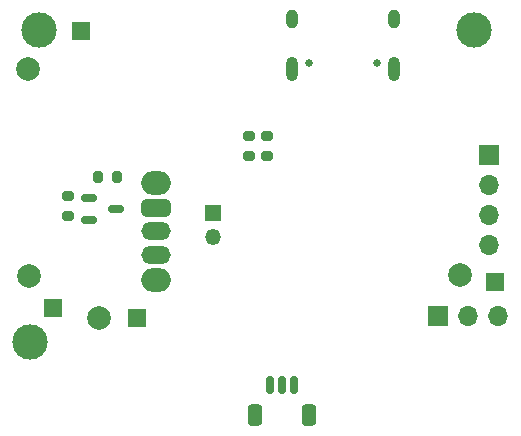
<source format=gbr>
%TF.GenerationSoftware,KiCad,Pcbnew,7.0.8-7.0.8~ubuntu22.04.1*%
%TF.CreationDate,2023-12-12T19:51:11+11:00*%
%TF.ProjectId,Boost-Converter,426f6f73-742d-4436-9f6e-766572746572,rev?*%
%TF.SameCoordinates,Original*%
%TF.FileFunction,Soldermask,Bot*%
%TF.FilePolarity,Negative*%
%FSLAX46Y46*%
G04 Gerber Fmt 4.6, Leading zero omitted, Abs format (unit mm)*
G04 Created by KiCad (PCBNEW 7.0.8-7.0.8~ubuntu22.04.1) date 2023-12-12 19:51:11*
%MOMM*%
%LPD*%
G01*
G04 APERTURE LIST*
G04 Aperture macros list*
%AMRoundRect*
0 Rectangle with rounded corners*
0 $1 Rounding radius*
0 $2 $3 $4 $5 $6 $7 $8 $9 X,Y pos of 4 corners*
0 Add a 4 corners polygon primitive as box body*
4,1,4,$2,$3,$4,$5,$6,$7,$8,$9,$2,$3,0*
0 Add four circle primitives for the rounded corners*
1,1,$1+$1,$2,$3*
1,1,$1+$1,$4,$5*
1,1,$1+$1,$6,$7*
1,1,$1+$1,$8,$9*
0 Add four rect primitives between the rounded corners*
20,1,$1+$1,$2,$3,$4,$5,0*
20,1,$1+$1,$4,$5,$6,$7,0*
20,1,$1+$1,$6,$7,$8,$9,0*
20,1,$1+$1,$8,$9,$2,$3,0*%
G04 Aperture macros list end*
%ADD10C,2.000000*%
%ADD11R,1.500000X1.500000*%
%ADD12C,3.000000*%
%ADD13R,1.700000X1.700000*%
%ADD14O,1.700000X1.700000*%
%ADD15O,2.500000X2.000000*%
%ADD16RoundRect,0.375000X-0.875000X0.375000X-0.875000X-0.375000X0.875000X-0.375000X0.875000X0.375000X0*%
%ADD17O,2.500000X1.500000*%
%ADD18C,0.650000*%
%ADD19O,1.000000X2.100000*%
%ADD20O,1.000000X1.600000*%
%ADD21R,1.350000X1.350000*%
%ADD22O,1.350000X1.350000*%
%ADD23RoundRect,0.200000X0.200000X0.275000X-0.200000X0.275000X-0.200000X-0.275000X0.200000X-0.275000X0*%
%ADD24RoundRect,0.200000X-0.275000X0.200000X-0.275000X-0.200000X0.275000X-0.200000X0.275000X0.200000X0*%
%ADD25RoundRect,0.200000X0.275000X-0.200000X0.275000X0.200000X-0.275000X0.200000X-0.275000X-0.200000X0*%
%ADD26RoundRect,0.150000X-0.150000X-0.625000X0.150000X-0.625000X0.150000X0.625000X-0.150000X0.625000X0*%
%ADD27RoundRect,0.250000X-0.350000X-0.650000X0.350000X-0.650000X0.350000X0.650000X-0.350000X0.650000X0*%
%ADD28RoundRect,0.150000X-0.512500X-0.150000X0.512500X-0.150000X0.512500X0.150000X-0.512500X0.150000X0*%
G04 APERTURE END LIST*
D10*
%TO.C,TP4*%
X165049200Y-88290400D03*
%TD*%
D11*
%TO.C,TP8*%
X132918200Y-67614800D03*
%TD*%
D10*
%TO.C,TP6*%
X128508800Y-70866000D03*
%TD*%
D12*
%TO.C,H1*%
X129413000Y-67564000D03*
%TD*%
D13*
%TO.C,Brd1*%
X167513000Y-78105000D03*
D14*
X167513000Y-80645000D03*
X167513000Y-83185000D03*
X167513000Y-85725000D03*
%TD*%
D15*
%TO.C,SW1*%
X139319000Y-80482000D03*
X139319000Y-88682000D03*
D16*
X139319000Y-82582000D03*
D17*
X139319000Y-84582000D03*
X139319000Y-86582000D03*
%TD*%
D12*
%TO.C,H3*%
X128651000Y-93980000D03*
%TD*%
D18*
%TO.C,J6*%
X158050000Y-70297000D03*
X152270000Y-70297000D03*
D19*
X159480000Y-70827000D03*
D20*
X159480000Y-66647000D03*
D19*
X150840000Y-70827000D03*
D20*
X150840000Y-66647000D03*
%TD*%
D10*
%TO.C,TP2*%
X134493000Y-91948000D03*
%TD*%
D11*
%TO.C,TP9*%
X168046400Y-88874600D03*
%TD*%
D12*
%TO.C,H2*%
X166243000Y-67564000D03*
%TD*%
D11*
%TO.C,TP5*%
X137668000Y-91948000D03*
%TD*%
D21*
%TO.C,SW2*%
X144145000Y-83074000D03*
D22*
X144145000Y-85074000D03*
%TD*%
D10*
%TO.C,TP1*%
X128524000Y-88392000D03*
%TD*%
D11*
%TO.C,TP7*%
X130606800Y-91084400D03*
%TD*%
D23*
%TO.C,R17*%
X136016000Y-80010000D03*
X134366000Y-80010000D03*
%TD*%
D24*
%TO.C,R21*%
X147193000Y-76518000D03*
X147193000Y-78168000D03*
%TD*%
D25*
%TO.C,R18*%
X131826000Y-83248000D03*
X131826000Y-81598000D03*
%TD*%
D13*
%TO.C,J3*%
X163210000Y-91719000D03*
D14*
X165750000Y-91719000D03*
X168290000Y-91719000D03*
%TD*%
D26*
%TO.C,J5*%
X148987000Y-97608000D03*
X149987000Y-97608000D03*
X150987000Y-97608000D03*
D27*
X147687000Y-100133000D03*
X152287000Y-100133000D03*
%TD*%
D28*
%TO.C,D1*%
X133609500Y-83627000D03*
X133609500Y-81727000D03*
X135884500Y-82677000D03*
%TD*%
D24*
%TO.C,R20*%
X148717000Y-76518000D03*
X148717000Y-78168000D03*
%TD*%
M02*

</source>
